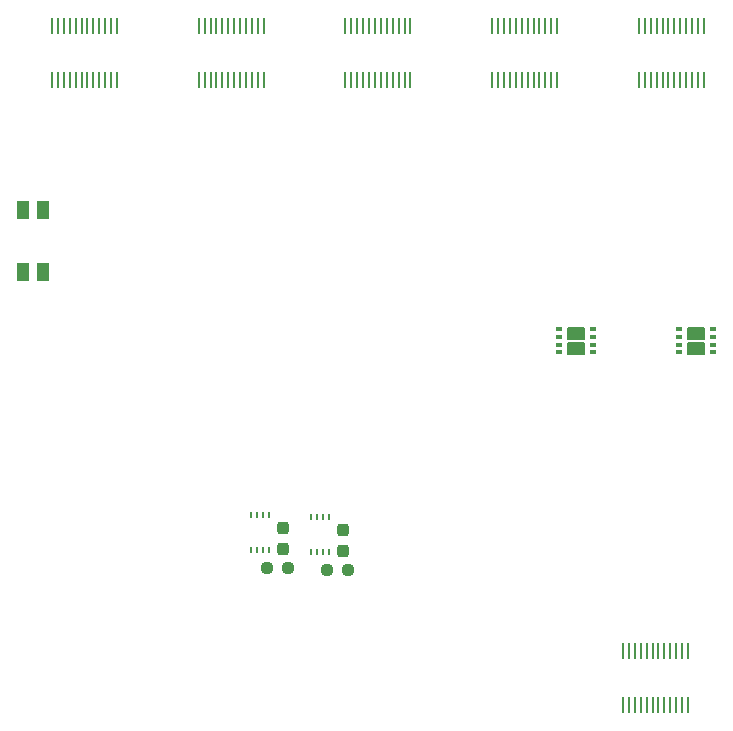
<source format=gbr>
%TF.GenerationSoftware,KiCad,Pcbnew,9.0.0-250-g02b756189b*%
%TF.CreationDate,2025-03-30T18:15:54-05:00*%
%TF.ProjectId,PicoPowerManagement,5069636f-506f-4776-9572-4d616e616765,rev?*%
%TF.SameCoordinates,Original*%
%TF.FileFunction,Paste,Top*%
%TF.FilePolarity,Positive*%
%FSLAX46Y46*%
G04 Gerber Fmt 4.6, Leading zero omitted, Abs format (unit mm)*
G04 Created by KiCad (PCBNEW 9.0.0-250-g02b756189b) date 2025-03-30 18:15:54*
%MOMM*%
%LPD*%
G01*
G04 APERTURE LIST*
G04 Aperture macros list*
%AMRoundRect*
0 Rectangle with rounded corners*
0 $1 Rounding radius*
0 $2 $3 $4 $5 $6 $7 $8 $9 X,Y pos of 4 corners*
0 Add a 4 corners polygon primitive as box body*
4,1,4,$2,$3,$4,$5,$6,$7,$8,$9,$2,$3,0*
0 Add four circle primitives for the rounded corners*
1,1,$1+$1,$2,$3*
1,1,$1+$1,$4,$5*
1,1,$1+$1,$6,$7*
1,1,$1+$1,$8,$9*
0 Add four rect primitives between the rounded corners*
20,1,$1+$1,$2,$3,$4,$5,0*
20,1,$1+$1,$4,$5,$6,$7,0*
20,1,$1+$1,$6,$7,$8,$9,0*
20,1,$1+$1,$8,$9,$2,$3,0*%
G04 Aperture macros list end*
%ADD10C,0.000000*%
%ADD11R,0.250000X1.400000*%
%ADD12O,0.249999X0.599999*%
%ADD13RoundRect,0.237500X-0.250000X-0.237500X0.250000X-0.237500X0.250000X0.237500X-0.250000X0.237500X0*%
%ADD14RoundRect,0.237500X0.237500X-0.300000X0.237500X0.300000X-0.237500X0.300000X-0.237500X-0.300000X0*%
%ADD15R,1.000000X1.550000*%
%ADD16R,0.599999X0.309999*%
G04 APERTURE END LIST*
D10*
%TO.C,U3*%
G36*
X83925000Y-49299000D02*
G01*
X83925000Y-50269000D01*
X83875000Y-50319000D01*
X82505000Y-50319000D01*
X82455000Y-50269000D01*
X82455000Y-49299000D01*
X82505000Y-49249000D01*
X83875000Y-49249000D01*
X83925000Y-49299000D01*
G37*
G36*
X83925000Y-48029000D02*
G01*
X83925000Y-48999000D01*
X83875000Y-49049000D01*
X82505000Y-49049000D01*
X82455000Y-48999000D01*
X82455000Y-48029000D01*
X82505000Y-47979000D01*
X83875000Y-47979000D01*
X83925000Y-48029000D01*
G37*
%TO.C,U2*%
G36*
X73765000Y-49299000D02*
G01*
X73765000Y-50269000D01*
X73715000Y-50319000D01*
X72345000Y-50319000D01*
X72295000Y-50269000D01*
X72295000Y-49299000D01*
X72345000Y-49249000D01*
X73715000Y-49249000D01*
X73765000Y-49299000D01*
G37*
G36*
X73765000Y-48029000D02*
G01*
X73765000Y-48999000D01*
X73715000Y-49049000D01*
X72345000Y-49049000D01*
X72295000Y-48999000D01*
X72295000Y-48029000D01*
X72345000Y-47979000D01*
X73715000Y-47979000D01*
X73765000Y-48029000D01*
G37*
%TD*%
D11*
%TO.C,J6*%
X53511000Y-22465000D03*
X54011000Y-22465000D03*
X54511000Y-22465000D03*
X55011000Y-22465000D03*
X55511000Y-22465000D03*
X56011000Y-22465000D03*
X56511000Y-22465000D03*
X57011000Y-22465000D03*
X57511000Y-22465000D03*
X58011000Y-22465000D03*
X58511000Y-22465000D03*
X59011000Y-22465000D03*
X59011000Y-27065000D03*
X58511000Y-27065000D03*
X58011000Y-27065000D03*
X57511000Y-27065000D03*
X57011000Y-27065000D03*
X56511000Y-27065000D03*
X56011000Y-27065000D03*
X55511000Y-27065000D03*
X55011000Y-27065000D03*
X54511000Y-27065000D03*
X54011000Y-27065000D03*
X53511000Y-27065000D03*
%TD*%
D12*
%TO.C,U4*%
X47010001Y-63900000D03*
X46510002Y-63900000D03*
X46010000Y-63900000D03*
X45510002Y-63900000D03*
X45510002Y-66900000D03*
X46010000Y-66900000D03*
X46510002Y-66900000D03*
X47010001Y-66900000D03*
%TD*%
D13*
%TO.C,R1*%
X46847500Y-68400000D03*
X48672500Y-68400000D03*
%TD*%
D11*
%TO.C,J10*%
X77006000Y-75410000D03*
X77506000Y-75410000D03*
X78006000Y-75410000D03*
X78506000Y-75410000D03*
X79006000Y-75410000D03*
X79506000Y-75410000D03*
X80006000Y-75410000D03*
X80506000Y-75410000D03*
X81006000Y-75410000D03*
X81506000Y-75410000D03*
X82006000Y-75410000D03*
X82506000Y-75410000D03*
X82506000Y-80010000D03*
X82006000Y-80010000D03*
X81506000Y-80010000D03*
X81006000Y-80010000D03*
X80506000Y-80010000D03*
X80006000Y-80010000D03*
X79506000Y-80010000D03*
X79006000Y-80010000D03*
X78506000Y-80010000D03*
X78006000Y-80010000D03*
X77506000Y-80010000D03*
X77006000Y-80010000D03*
%TD*%
D14*
%TO.C,C2*%
X53340000Y-66902500D03*
X53340000Y-65177500D03*
%TD*%
D15*
%TO.C,SW1*%
X26240000Y-43350000D03*
X26240000Y-38100000D03*
X27940000Y-43350000D03*
X27940000Y-38100000D03*
%TD*%
D11*
%TO.C,J1*%
X28665000Y-22465000D03*
X29165000Y-22465000D03*
X29665000Y-22465000D03*
X30165000Y-22465000D03*
X30665000Y-22465000D03*
X31165000Y-22465000D03*
X31665000Y-22465000D03*
X32165000Y-22465000D03*
X32665000Y-22465000D03*
X33165000Y-22465000D03*
X33665000Y-22465000D03*
X34165000Y-22465000D03*
X34165000Y-27065000D03*
X33665000Y-27065000D03*
X33165000Y-27065000D03*
X32665000Y-27065000D03*
X32165000Y-27065000D03*
X31665000Y-27065000D03*
X31165000Y-27065000D03*
X30665000Y-27065000D03*
X30165000Y-27065000D03*
X29665000Y-27065000D03*
X29165000Y-27065000D03*
X28665000Y-27065000D03*
%TD*%
D16*
%TO.C,U3*%
X84590000Y-50123999D03*
X84590000Y-49474001D03*
X84590000Y-48823999D03*
X84590000Y-48174001D03*
X81790000Y-48174001D03*
X81790000Y-48823999D03*
X81790000Y-49474001D03*
X81790000Y-50123999D03*
%TD*%
%TO.C,U2*%
X71630000Y-48174001D03*
X71630000Y-48823999D03*
X71630000Y-49474001D03*
X71630000Y-50123999D03*
X74430000Y-50123999D03*
X74430000Y-49474001D03*
X74430000Y-48823999D03*
X74430000Y-48174001D03*
%TD*%
D12*
%TO.C,U5*%
X52090001Y-64040000D03*
X51590002Y-64040000D03*
X51090000Y-64040000D03*
X50590002Y-64040000D03*
X50590002Y-67040000D03*
X51090000Y-67040000D03*
X51590002Y-67040000D03*
X52090001Y-67040000D03*
%TD*%
D11*
%TO.C,J7*%
X65934000Y-22465000D03*
X66434000Y-22465000D03*
X66934000Y-22465000D03*
X67434000Y-22465000D03*
X67934000Y-22465000D03*
X68434000Y-22465000D03*
X68934000Y-22465000D03*
X69434000Y-22465000D03*
X69934000Y-22465000D03*
X70434000Y-22465000D03*
X70934000Y-22465000D03*
X71434000Y-22465000D03*
X71434000Y-27065000D03*
X70934000Y-27065000D03*
X70434000Y-27065000D03*
X69934000Y-27065000D03*
X69434000Y-27065000D03*
X68934000Y-27065000D03*
X68434000Y-27065000D03*
X67934000Y-27065000D03*
X67434000Y-27065000D03*
X66934000Y-27065000D03*
X66434000Y-27065000D03*
X65934000Y-27065000D03*
%TD*%
D14*
%TO.C,C1*%
X48260000Y-66762500D03*
X48260000Y-65037500D03*
%TD*%
D11*
%TO.C,J9*%
X78357000Y-22465000D03*
X78857000Y-22465000D03*
X79357000Y-22465000D03*
X79857000Y-22465000D03*
X80357000Y-22465000D03*
X80857000Y-22465000D03*
X81357000Y-22465000D03*
X81857000Y-22465000D03*
X82357000Y-22465000D03*
X82857000Y-22465000D03*
X83357000Y-22465000D03*
X83857000Y-22465000D03*
X83857000Y-27065000D03*
X83357000Y-27065000D03*
X82857000Y-27065000D03*
X82357000Y-27065000D03*
X81857000Y-27065000D03*
X81357000Y-27065000D03*
X80857000Y-27065000D03*
X80357000Y-27065000D03*
X79857000Y-27065000D03*
X79357000Y-27065000D03*
X78857000Y-27065000D03*
X78357000Y-27065000D03*
%TD*%
%TO.C,J2*%
X41088000Y-22465000D03*
X41588000Y-22465000D03*
X42088000Y-22465000D03*
X42588000Y-22465000D03*
X43088000Y-22465000D03*
X43588000Y-22465000D03*
X44088000Y-22465000D03*
X44588000Y-22465000D03*
X45088000Y-22465000D03*
X45588000Y-22465000D03*
X46088000Y-22465000D03*
X46588000Y-22465000D03*
X46588000Y-27065000D03*
X46088000Y-27065000D03*
X45588000Y-27065000D03*
X45088000Y-27065000D03*
X44588000Y-27065000D03*
X44088000Y-27065000D03*
X43588000Y-27065000D03*
X43088000Y-27065000D03*
X42588000Y-27065000D03*
X42088000Y-27065000D03*
X41588000Y-27065000D03*
X41088000Y-27065000D03*
%TD*%
D13*
%TO.C,R2*%
X51927500Y-68540000D03*
X53752500Y-68540000D03*
%TD*%
M02*

</source>
